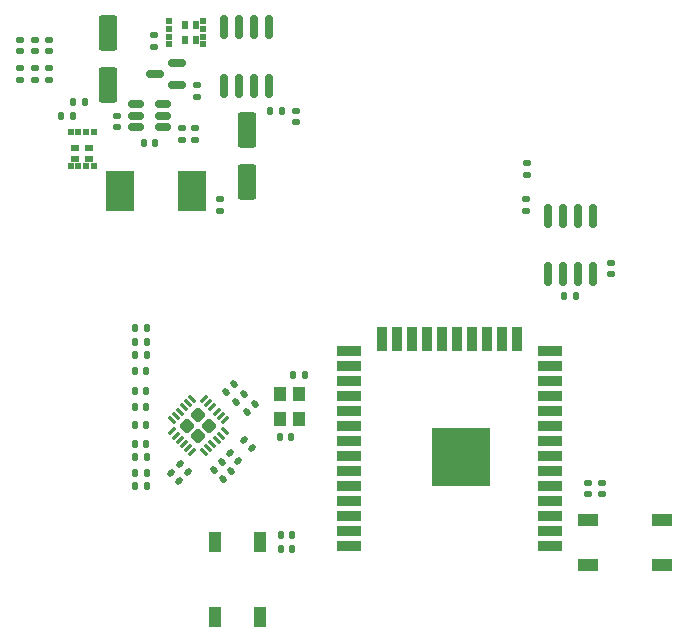
<source format=gbr>
%TF.GenerationSoftware,KiCad,Pcbnew,(6.0.4)*%
%TF.CreationDate,2022-07-19T00:25:02+02:00*%
%TF.ProjectId,Controller_Room,436f6e74-726f-46c6-9c65-725f526f6f6d,rev?*%
%TF.SameCoordinates,Original*%
%TF.FileFunction,Paste,Top*%
%TF.FilePolarity,Positive*%
%FSLAX46Y46*%
G04 Gerber Fmt 4.6, Leading zero omitted, Abs format (unit mm)*
G04 Created by KiCad (PCBNEW (6.0.4)) date 2022-07-19 00:25:02*
%MOMM*%
%LPD*%
G01*
G04 APERTURE LIST*
G04 Aperture macros list*
%AMRoundRect*
0 Rectangle with rounded corners*
0 $1 Rounding radius*
0 $2 $3 $4 $5 $6 $7 $8 $9 X,Y pos of 4 corners*
0 Add a 4 corners polygon primitive as box body*
4,1,4,$2,$3,$4,$5,$6,$7,$8,$9,$2,$3,0*
0 Add four circle primitives for the rounded corners*
1,1,$1+$1,$2,$3*
1,1,$1+$1,$4,$5*
1,1,$1+$1,$6,$7*
1,1,$1+$1,$8,$9*
0 Add four rect primitives between the rounded corners*
20,1,$1+$1,$2,$3,$4,$5,0*
20,1,$1+$1,$4,$5,$6,$7,0*
20,1,$1+$1,$6,$7,$8,$9,0*
20,1,$1+$1,$8,$9,$2,$3,0*%
G04 Aperture macros list end*
%ADD10R,0.570000X0.738000*%
%ADD11R,0.630000X0.500000*%
%ADD12R,0.738000X0.570000*%
%ADD13R,0.500000X0.630000*%
%ADD14R,1.100000X1.300000*%
%ADD15RoundRect,0.140000X-0.140000X-0.170000X0.140000X-0.170000X0.140000X0.170000X-0.140000X0.170000X0*%
%ADD16RoundRect,0.147500X0.147500X0.172500X-0.147500X0.172500X-0.147500X-0.172500X0.147500X-0.172500X0*%
%ADD17RoundRect,0.135000X-0.185000X0.135000X-0.185000X-0.135000X0.185000X-0.135000X0.185000X0.135000X0*%
%ADD18RoundRect,0.140000X0.021213X-0.219203X0.219203X-0.021213X-0.021213X0.219203X-0.219203X0.021213X0*%
%ADD19RoundRect,0.140000X-0.170000X0.140000X-0.170000X-0.140000X0.170000X-0.140000X0.170000X0.140000X0*%
%ADD20RoundRect,0.135000X0.185000X-0.135000X0.185000X0.135000X-0.185000X0.135000X-0.185000X-0.135000X0*%
%ADD21RoundRect,0.140000X0.140000X0.170000X-0.140000X0.170000X-0.140000X-0.170000X0.140000X-0.170000X0*%
%ADD22RoundRect,0.250000X0.550000X-1.250000X0.550000X1.250000X-0.550000X1.250000X-0.550000X-1.250000X0*%
%ADD23RoundRect,0.140000X-0.021213X0.219203X-0.219203X0.021213X0.021213X-0.219203X0.219203X-0.021213X0*%
%ADD24R,1.700000X1.000000*%
%ADD25RoundRect,0.140000X-0.219203X-0.021213X-0.021213X-0.219203X0.219203X0.021213X0.021213X0.219203X0*%
%ADD26RoundRect,0.140000X0.170000X-0.140000X0.170000X0.140000X-0.170000X0.140000X-0.170000X-0.140000X0*%
%ADD27RoundRect,0.140000X0.219203X0.021213X0.021213X0.219203X-0.219203X-0.021213X-0.021213X-0.219203X0*%
%ADD28RoundRect,0.135000X0.135000X0.185000X-0.135000X0.185000X-0.135000X-0.185000X0.135000X-0.185000X0*%
%ADD29RoundRect,0.147500X-0.172500X0.147500X-0.172500X-0.147500X0.172500X-0.147500X0.172500X0.147500X0*%
%ADD30RoundRect,0.150000X0.512500X0.150000X-0.512500X0.150000X-0.512500X-0.150000X0.512500X-0.150000X0*%
%ADD31RoundRect,0.150000X-0.150000X0.825000X-0.150000X-0.825000X0.150000X-0.825000X0.150000X0.825000X0*%
%ADD32R,2.000000X0.900000*%
%ADD33R,0.900000X2.000000*%
%ADD34R,5.000000X5.000000*%
%ADD35R,2.350000X3.500000*%
%ADD36R,1.000000X1.700000*%
%ADD37RoundRect,0.150000X0.587500X0.150000X-0.587500X0.150000X-0.587500X-0.150000X0.587500X-0.150000X0*%
%ADD38RoundRect,0.250000X0.000000X-0.388909X0.388909X0.000000X0.000000X0.388909X-0.388909X0.000000X0*%
%ADD39RoundRect,0.062500X-0.203293X-0.291682X0.291682X0.203293X0.203293X0.291682X-0.291682X-0.203293X0*%
%ADD40RoundRect,0.062500X0.203293X-0.291682X0.291682X-0.203293X-0.203293X0.291682X-0.291682X0.203293X0*%
G04 APERTURE END LIST*
D10*
%TO.C,M2*%
X157360000Y-80415000D03*
D11*
X157940000Y-80055000D03*
X157940000Y-80695000D03*
D10*
X156410000Y-80415000D03*
X157360000Y-81635000D03*
D11*
X157940000Y-81355000D03*
X157940000Y-81995000D03*
D10*
X156410000Y-81635000D03*
D11*
X155060000Y-81995000D03*
X155060000Y-81355000D03*
X155060000Y-80695000D03*
X155060000Y-80055000D03*
%TD*%
D12*
%TO.C,M1*%
X148310000Y-91735000D03*
D13*
X148670000Y-92315000D03*
X148030000Y-92315000D03*
D12*
X148310000Y-90785000D03*
X147090000Y-91735000D03*
D13*
X147370000Y-92315000D03*
X146730000Y-92315000D03*
D12*
X147090000Y-90785000D03*
D13*
X146730000Y-89435000D03*
X147370000Y-89435000D03*
X148030000Y-89435000D03*
X148670000Y-89435000D03*
%TD*%
D14*
%TO.C,X1*%
X164425000Y-113725000D03*
X164425000Y-111625000D03*
X166075000Y-111625000D03*
X166075000Y-113725000D03*
%TD*%
D15*
%TO.C,C18*%
X165570000Y-110050000D03*
X166530000Y-110050000D03*
%TD*%
%TO.C,C15*%
X152195000Y-108350000D03*
X153155000Y-108350000D03*
%TD*%
D16*
%TO.C,D4*%
X146940000Y-86925000D03*
X147910000Y-86925000D03*
%TD*%
D17*
%TO.C,R7*%
X185325000Y-92080001D03*
X185325000Y-93100001D03*
%TD*%
D15*
%TO.C,R21*%
X152170000Y-111375000D03*
X153130000Y-111375000D03*
%TD*%
D18*
%TO.C,C9*%
X160760589Y-112264411D03*
X161439411Y-111585589D03*
%TD*%
D19*
%TO.C,R13*%
X191675000Y-119140000D03*
X191675000Y-120100000D03*
%TD*%
D15*
%TO.C,R26*%
X164603000Y-87630000D03*
X163643000Y-87630000D03*
%TD*%
%TO.C,C16*%
X164420001Y-115250000D03*
X165380001Y-115250000D03*
%TD*%
D19*
%TO.C,C1*%
X150650000Y-89030000D03*
X150650000Y-88070000D03*
%TD*%
D15*
%TO.C,C14*%
X152200000Y-107200000D03*
X153160000Y-107200000D03*
%TD*%
D20*
%TO.C,R8*%
X185300000Y-96135000D03*
X185300000Y-95115000D03*
%TD*%
D21*
%TO.C,R12*%
X165455000Y-123550000D03*
X164495000Y-123550000D03*
%TD*%
%TO.C,R20*%
X153155000Y-116950000D03*
X152195000Y-116950000D03*
%TD*%
D22*
%TO.C,C2*%
X149900000Y-81050000D03*
X149900000Y-85450000D03*
%TD*%
D17*
%TO.C,R10*%
X156125000Y-90085000D03*
X156125000Y-89065000D03*
%TD*%
D20*
%TO.C,R2*%
X143675000Y-83990000D03*
X143675000Y-85010000D03*
%TD*%
D23*
%TO.C,C11*%
X159514411Y-117385589D03*
X158835589Y-118064411D03*
%TD*%
D17*
%TO.C,R6*%
X153750000Y-82285000D03*
X153750000Y-81265000D03*
%TD*%
D24*
%TO.C,SW2*%
X190500000Y-126125000D03*
X196800000Y-126125000D03*
X190500000Y-122325000D03*
X196800000Y-122325000D03*
%TD*%
D25*
%TO.C,C13*%
X156010589Y-117585589D03*
X156689411Y-118264411D03*
%TD*%
D23*
%TO.C,R16*%
X162339411Y-112460589D03*
X161660589Y-113139411D03*
%TD*%
D20*
%TO.C,R11*%
X157275000Y-89065000D03*
X157275000Y-90085000D03*
%TD*%
D23*
%TO.C,C10*%
X160271015Y-118149264D03*
X159592193Y-118828086D03*
%TD*%
%TO.C,R18*%
X160589411Y-110760589D03*
X159910589Y-111439411D03*
%TD*%
D26*
%TO.C,C8*%
X190500000Y-120100000D03*
X190500000Y-119140000D03*
%TD*%
D27*
%TO.C,R14*%
X160914411Y-117314411D03*
X160235589Y-116635589D03*
%TD*%
D15*
%TO.C,R17*%
X152195000Y-119400000D03*
X153155000Y-119400000D03*
%TD*%
D28*
%TO.C,R9*%
X189535000Y-103349999D03*
X188515000Y-103349999D03*
%TD*%
%TO.C,R4*%
X145915000Y-88050000D03*
X146935000Y-88050000D03*
%TD*%
D15*
%TO.C,C7*%
X164495001Y-124725000D03*
X165455001Y-124725000D03*
%TD*%
D29*
%TO.C,D2*%
X143675000Y-82610000D03*
X143675000Y-81640000D03*
%TD*%
D15*
%TO.C,R24*%
X152170000Y-112750000D03*
X153130000Y-112750000D03*
%TD*%
D19*
%TO.C,C5*%
X159375000Y-96105000D03*
X159375000Y-95145000D03*
%TD*%
D15*
%TO.C,R23*%
X152170000Y-114275000D03*
X153130000Y-114275000D03*
%TD*%
D30*
%TO.C,IC1*%
X152262500Y-89000000D03*
X152262500Y-88050000D03*
X152262500Y-87100000D03*
X154537500Y-87100000D03*
X154537500Y-88050000D03*
X154537500Y-89000000D03*
%TD*%
D22*
%TO.C,C6*%
X161675000Y-89250000D03*
X161675000Y-93650000D03*
%TD*%
D31*
%TO.C,U3*%
X190930000Y-96525000D03*
X189660000Y-96525000D03*
X188390000Y-96525000D03*
X187120000Y-96525000D03*
X187120000Y-101475000D03*
X188390000Y-101475000D03*
X189660000Y-101475000D03*
X190930000Y-101475000D03*
%TD*%
D21*
%TO.C,R19*%
X153155000Y-118300000D03*
X152195000Y-118300000D03*
%TD*%
D27*
%TO.C,R15*%
X162089411Y-116164411D03*
X161410589Y-115485589D03*
%TD*%
D32*
%TO.C,U1*%
X187300000Y-124480000D03*
X187300000Y-123210000D03*
X187300000Y-121940000D03*
X187300000Y-120670000D03*
X187300000Y-119400000D03*
X187300000Y-118130000D03*
X187300000Y-116860000D03*
X187300000Y-115590000D03*
X187300000Y-114320000D03*
X187300000Y-113050000D03*
X187300000Y-111780000D03*
X187300000Y-110510000D03*
X187300000Y-109240000D03*
X187300000Y-107970000D03*
D33*
X184515000Y-106970000D03*
X183245000Y-106970000D03*
X181975000Y-106970000D03*
X180705000Y-106970000D03*
X179435000Y-106970000D03*
X178165000Y-106970000D03*
X176895000Y-106970000D03*
X175625000Y-106970000D03*
X174355000Y-106970000D03*
X173085000Y-106970000D03*
D32*
X170300000Y-107970000D03*
X170300000Y-109240000D03*
X170300000Y-110510000D03*
X170300000Y-111780000D03*
X170300000Y-113050000D03*
X170300000Y-114320000D03*
X170300000Y-115590000D03*
X170300000Y-116860000D03*
X170300000Y-118130000D03*
X170300000Y-119400000D03*
X170300000Y-120670000D03*
X170300000Y-121940000D03*
X170300000Y-123210000D03*
X170300000Y-124480000D03*
D34*
X179800000Y-116980000D03*
%TD*%
D20*
%TO.C,R1*%
X142450000Y-83990000D03*
X142450000Y-85010000D03*
%TD*%
%TO.C,R5*%
X157450000Y-85475000D03*
X157450000Y-86495000D03*
%TD*%
D25*
%TO.C,C12*%
X155246914Y-118342193D03*
X155925736Y-119021015D03*
%TD*%
D26*
%TO.C,C3*%
X192450000Y-101480000D03*
X192450000Y-100520000D03*
%TD*%
D35*
%TO.C,L1*%
X156975000Y-94450000D03*
X150925000Y-94450000D03*
%TD*%
D19*
%TO.C,C17*%
X165800000Y-88580000D03*
X165800000Y-87620000D03*
%TD*%
D29*
%TO.C,D3*%
X144900000Y-82610000D03*
X144900000Y-81640000D03*
%TD*%
D31*
%TO.C,U4*%
X163488000Y-85533000D03*
X162218000Y-85533000D03*
X160948000Y-85533000D03*
X159678000Y-85533000D03*
X159678000Y-80583000D03*
X160948000Y-80583000D03*
X162218000Y-80583000D03*
X163488000Y-80583000D03*
%TD*%
D21*
%TO.C,L2*%
X153155000Y-106050000D03*
X152195000Y-106050000D03*
%TD*%
%TO.C,R25*%
X153130000Y-115825000D03*
X152170000Y-115825000D03*
%TD*%
D15*
%TO.C,R22*%
X152185000Y-109650000D03*
X153145000Y-109650000D03*
%TD*%
D21*
%TO.C,C4*%
X152920000Y-90375000D03*
X153880000Y-90375000D03*
%TD*%
D20*
%TO.C,R3*%
X144900000Y-83990000D03*
X144900000Y-85010000D03*
%TD*%
D36*
%TO.C,SW1*%
X158925000Y-124175000D03*
X158925000Y-130475000D03*
X162725000Y-130475000D03*
X162725000Y-124175000D03*
%TD*%
D29*
%TO.C,D1*%
X142450000Y-82610000D03*
X142450000Y-81640000D03*
%TD*%
D37*
%TO.C,Q1*%
X153887500Y-84525000D03*
X155762500Y-83575000D03*
X155762500Y-85475000D03*
%TD*%
D38*
%TO.C,U2*%
X157525000Y-113380761D03*
X157525000Y-115219239D03*
X156605761Y-114300000D03*
X158444239Y-114300000D03*
D39*
X155271097Y-114786136D03*
X155624651Y-115139689D03*
X155978204Y-115493243D03*
X156331757Y-115846796D03*
X156685311Y-116200349D03*
X157038864Y-116553903D03*
D40*
X158011136Y-116553903D03*
X158364689Y-116200349D03*
X158718243Y-115846796D03*
X159071796Y-115493243D03*
X159425349Y-115139689D03*
X159778903Y-114786136D03*
D39*
X159778903Y-113813864D03*
X159425349Y-113460311D03*
X159071796Y-113106757D03*
X158718243Y-112753204D03*
X158364689Y-112399651D03*
X158011136Y-112046097D03*
D40*
X157038864Y-112046097D03*
X156685311Y-112399651D03*
X156331757Y-112753204D03*
X155978204Y-113106757D03*
X155624651Y-113460311D03*
X155271097Y-113813864D03*
%TD*%
M02*

</source>
